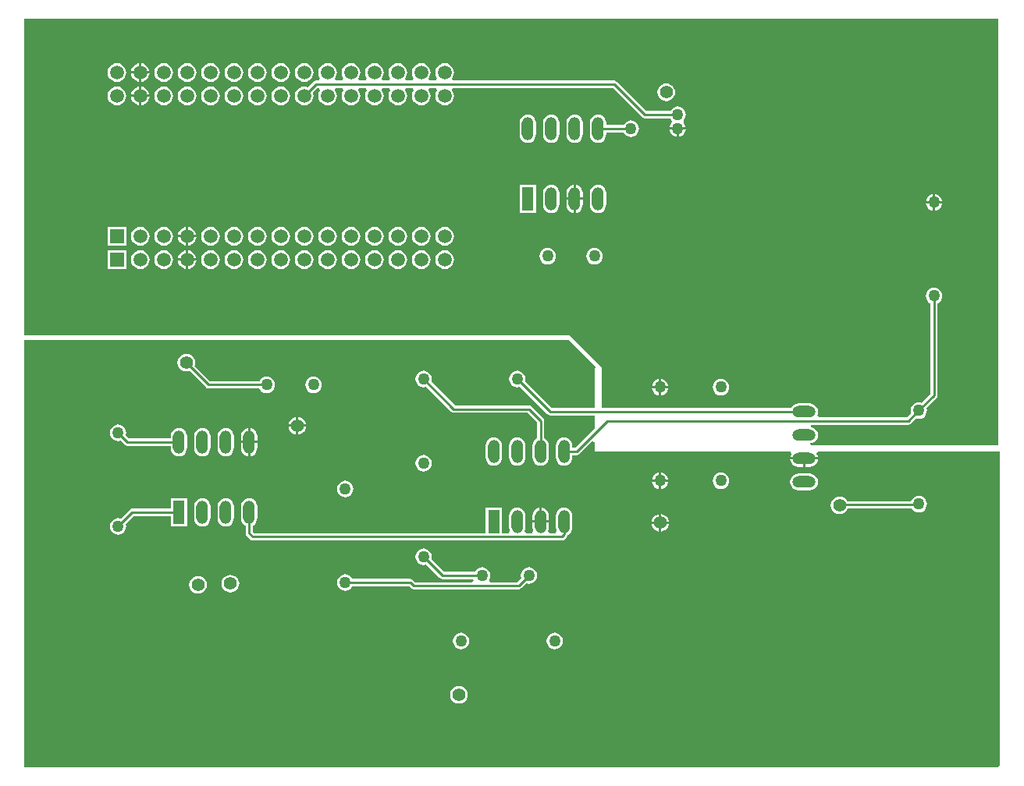
<source format=gbl>
G04*
G04 #@! TF.GenerationSoftware,Altium Limited,Altium Designer,19.1.2 (11)*
G04*
G04 Layer_Physical_Order=2*
G04 Layer_Color=16711680*
%FSLAX43Y43*%
%MOMM*%
G71*
G01*
G75*
%ADD10C,0.254*%
%ADD20C,1.500*%
%ADD21R,1.500X1.500*%
%ADD22R,1.270X2.540*%
%ADD23O,1.270X2.540*%
%ADD24C,1.397*%
%ADD25C,1.270*%
%ADD26O,2.540X1.270*%
G36*
X62103Y43561D02*
X61976Y43434D01*
Y39123D01*
X57311D01*
X54435Y41999D01*
X54460Y42059D01*
X54491Y42291D01*
X54460Y42523D01*
X54371Y42739D01*
X54228Y42925D01*
X54042Y43068D01*
X53826Y43157D01*
X53594Y43188D01*
X53362Y43157D01*
X53146Y43068D01*
X52960Y42925D01*
X52817Y42739D01*
X52728Y42523D01*
X52697Y42291D01*
X52728Y42059D01*
X52817Y41843D01*
X52960Y41657D01*
X53146Y41514D01*
X53362Y41425D01*
X53594Y41394D01*
X53826Y41425D01*
X53886Y41450D01*
X56875Y38460D01*
X57001Y38376D01*
X57150Y38347D01*
X61976D01*
Y36871D01*
X59910Y34805D01*
X59571D01*
Y35052D01*
X59540Y35284D01*
X59451Y35500D01*
X59308Y35686D01*
X59122Y35829D01*
X58906Y35918D01*
X58674Y35949D01*
X58442Y35918D01*
X58226Y35829D01*
X58040Y35686D01*
X57897Y35500D01*
X57808Y35284D01*
X57777Y35052D01*
Y33782D01*
X57808Y33550D01*
X57897Y33334D01*
X58040Y33148D01*
X58226Y33005D01*
X58442Y32916D01*
X58674Y32885D01*
X58906Y32916D01*
X59122Y33005D01*
X59308Y33148D01*
X59451Y33334D01*
X59540Y33550D01*
X59571Y33782D01*
Y34029D01*
X60071D01*
X60220Y34058D01*
X60346Y34142D01*
X61741Y35538D01*
X61976Y35441D01*
Y34417D01*
X83218D01*
X83343Y34163D01*
X83297Y34103D01*
X83208Y33887D01*
X83194Y33782D01*
X84709D01*
X86224D01*
X86210Y33887D01*
X86121Y34103D01*
X86075Y34163D01*
X86200Y34417D01*
X105918D01*
Y381D01*
X105664Y127D01*
X127D01*
Y46482D01*
X59182D01*
X62103Y43561D01*
D02*
G37*
G36*
X105791Y35052D02*
X85419D01*
X85402Y35306D01*
X85576Y35329D01*
X85792Y35418D01*
X85978Y35561D01*
X86121Y35747D01*
X86210Y35963D01*
X86241Y36195D01*
X86210Y36427D01*
X86121Y36643D01*
X85978Y36829D01*
X85792Y36972D01*
X85576Y37061D01*
X85459Y37077D01*
X85476Y37331D01*
X96012D01*
X96161Y37360D01*
X96287Y37444D01*
X96863Y38021D01*
X96923Y37996D01*
X97155Y37965D01*
X97387Y37996D01*
X97603Y38085D01*
X97789Y38228D01*
X97932Y38414D01*
X98021Y38630D01*
X98052Y38862D01*
X98021Y39094D01*
X97996Y39154D01*
X99081Y40238D01*
X99165Y40364D01*
X99194Y40513D01*
Y50507D01*
X99254Y50531D01*
X99440Y50674D01*
X99583Y50860D01*
X99672Y51076D01*
X99703Y51308D01*
X99672Y51540D01*
X99583Y51756D01*
X99440Y51942D01*
X99254Y52085D01*
X99038Y52174D01*
X98806Y52205D01*
X98574Y52174D01*
X98358Y52085D01*
X98172Y51942D01*
X98029Y51756D01*
X97940Y51540D01*
X97909Y51308D01*
X97940Y51076D01*
X98029Y50860D01*
X98172Y50674D01*
X98358Y50531D01*
X98418Y50507D01*
Y40674D01*
X97447Y39703D01*
X97387Y39728D01*
X97155Y39759D01*
X96923Y39728D01*
X96707Y39639D01*
X96521Y39496D01*
X96378Y39310D01*
X96289Y39094D01*
X96258Y38862D01*
X96289Y38630D01*
X96314Y38570D01*
X95851Y38107D01*
X86273D01*
X86152Y38361D01*
X86210Y38503D01*
X86241Y38735D01*
X86210Y38967D01*
X86121Y39183D01*
X85978Y39369D01*
X85792Y39512D01*
X85576Y39601D01*
X85344Y39632D01*
X84074D01*
X83842Y39601D01*
X83626Y39512D01*
X83440Y39369D01*
X83297Y39183D01*
X83273Y39123D01*
X62738D01*
Y43561D01*
X59309Y46990D01*
X180D01*
X127Y47117D01*
Y81407D01*
X105791D01*
Y35052D01*
D02*
G37*
%LPC*%
G36*
X31496Y42553D02*
X31264Y42522D01*
X31048Y42433D01*
X30862Y42290D01*
X30719Y42104D01*
X30630Y41888D01*
X30599Y41656D01*
X30630Y41424D01*
X30719Y41208D01*
X30862Y41022D01*
X31048Y40879D01*
X31264Y40790D01*
X31496Y40759D01*
X31728Y40790D01*
X31944Y40879D01*
X32130Y41022D01*
X32273Y41208D01*
X32362Y41424D01*
X32393Y41656D01*
X32362Y41888D01*
X32273Y42104D01*
X32130Y42290D01*
X31944Y42433D01*
X31728Y42522D01*
X31496Y42553D01*
D02*
G37*
G36*
X17685Y45038D02*
X17436Y45005D01*
X17205Y44909D01*
X17006Y44756D01*
X16853Y44557D01*
X16757Y44326D01*
X16724Y44077D01*
X16757Y43828D01*
X16853Y43597D01*
X17006Y43398D01*
X17205Y43245D01*
X17436Y43149D01*
X17685Y43116D01*
X17934Y43149D01*
X18026Y43187D01*
X19831Y41381D01*
X19957Y41297D01*
X20106Y41268D01*
X25615D01*
X25639Y41208D01*
X25782Y41022D01*
X25968Y40879D01*
X26184Y40790D01*
X26416Y40759D01*
X26648Y40790D01*
X26864Y40879D01*
X27050Y41022D01*
X27193Y41208D01*
X27282Y41424D01*
X27313Y41656D01*
X27282Y41888D01*
X27193Y42104D01*
X27050Y42290D01*
X26864Y42433D01*
X26648Y42522D01*
X26416Y42553D01*
X26184Y42522D01*
X25968Y42433D01*
X25782Y42290D01*
X25639Y42104D01*
X25615Y42044D01*
X20267D01*
X18575Y43736D01*
X18613Y43828D01*
X18646Y44077D01*
X18613Y44326D01*
X18517Y44557D01*
X18364Y44756D01*
X18165Y44909D01*
X17934Y45005D01*
X17685Y45038D01*
D02*
G37*
G36*
X29845Y38155D02*
Y37338D01*
X30662D01*
X30646Y37460D01*
X30550Y37691D01*
X30397Y37890D01*
X30198Y38043D01*
X29967Y38139D01*
X29845Y38155D01*
D02*
G37*
G36*
X29591D02*
X29469Y38139D01*
X29238Y38043D01*
X29039Y37890D01*
X28886Y37691D01*
X28790Y37460D01*
X28774Y37338D01*
X29591D01*
Y38155D01*
D02*
G37*
G36*
X30662Y37084D02*
X29845D01*
Y36267D01*
X29967Y36283D01*
X30198Y36379D01*
X30397Y36532D01*
X30550Y36731D01*
X30646Y36962D01*
X30662Y37084D01*
D02*
G37*
G36*
X29591D02*
X28774D01*
X28790Y36962D01*
X28886Y36731D01*
X29039Y36532D01*
X29238Y36379D01*
X29469Y36283D01*
X29591Y36267D01*
Y37084D01*
D02*
G37*
G36*
X24638Y36948D02*
Y35560D01*
X25408D01*
Y36068D01*
X25377Y36300D01*
X25288Y36516D01*
X25145Y36702D01*
X24959Y36845D01*
X24743Y36934D01*
X24638Y36948D01*
D02*
G37*
G36*
X24384D02*
X24279Y36934D01*
X24063Y36845D01*
X23877Y36702D01*
X23734Y36516D01*
X23645Y36300D01*
X23614Y36068D01*
Y35560D01*
X24384D01*
Y36948D01*
D02*
G37*
G36*
X25408Y35306D02*
X24638D01*
Y33918D01*
X24743Y33932D01*
X24959Y34021D01*
X25145Y34164D01*
X25288Y34350D01*
X25377Y34566D01*
X25408Y34798D01*
Y35306D01*
D02*
G37*
G36*
X24384D02*
X23614D01*
Y34798D01*
X23645Y34566D01*
X23734Y34350D01*
X23877Y34164D01*
X24063Y34021D01*
X24279Y33932D01*
X24384Y33918D01*
Y35306D01*
D02*
G37*
G36*
X21971Y36965D02*
X21739Y36934D01*
X21523Y36845D01*
X21337Y36702D01*
X21194Y36516D01*
X21105Y36300D01*
X21074Y36068D01*
Y34798D01*
X21105Y34566D01*
X21194Y34350D01*
X21337Y34164D01*
X21523Y34021D01*
X21739Y33932D01*
X21971Y33901D01*
X22203Y33932D01*
X22419Y34021D01*
X22605Y34164D01*
X22748Y34350D01*
X22837Y34566D01*
X22868Y34798D01*
Y36068D01*
X22837Y36300D01*
X22748Y36516D01*
X22605Y36702D01*
X22419Y36845D01*
X22203Y36934D01*
X21971Y36965D01*
D02*
G37*
G36*
X19431D02*
X19199Y36934D01*
X18983Y36845D01*
X18797Y36702D01*
X18654Y36516D01*
X18565Y36300D01*
X18534Y36068D01*
Y34798D01*
X18565Y34566D01*
X18654Y34350D01*
X18797Y34164D01*
X18983Y34021D01*
X19199Y33932D01*
X19431Y33901D01*
X19663Y33932D01*
X19879Y34021D01*
X20065Y34164D01*
X20208Y34350D01*
X20297Y34566D01*
X20328Y34798D01*
Y36068D01*
X20297Y36300D01*
X20208Y36516D01*
X20065Y36702D01*
X19879Y36845D01*
X19663Y36934D01*
X19431Y36965D01*
D02*
G37*
G36*
X10287Y37346D02*
X10055Y37315D01*
X9839Y37226D01*
X9653Y37083D01*
X9510Y36897D01*
X9421Y36681D01*
X9390Y36449D01*
X9421Y36217D01*
X9510Y36001D01*
X9653Y35815D01*
X9839Y35672D01*
X10055Y35583D01*
X10287Y35552D01*
X10519Y35583D01*
X10579Y35608D01*
X11028Y35158D01*
X11154Y35074D01*
X11303Y35045D01*
X15994D01*
Y34798D01*
X16025Y34566D01*
X16114Y34350D01*
X16257Y34164D01*
X16443Y34021D01*
X16659Y33932D01*
X16891Y33901D01*
X17123Y33932D01*
X17339Y34021D01*
X17525Y34164D01*
X17668Y34350D01*
X17757Y34566D01*
X17788Y34798D01*
Y36068D01*
X17757Y36300D01*
X17668Y36516D01*
X17525Y36702D01*
X17339Y36845D01*
X17123Y36934D01*
X16891Y36965D01*
X16659Y36934D01*
X16443Y36845D01*
X16257Y36702D01*
X16114Y36516D01*
X16025Y36300D01*
X15994Y36068D01*
Y35821D01*
X11464D01*
X11128Y36157D01*
X11153Y36217D01*
X11184Y36449D01*
X11153Y36681D01*
X11064Y36897D01*
X10921Y37083D01*
X10735Y37226D01*
X10519Y37315D01*
X10287Y37346D01*
D02*
G37*
G36*
X43434Y43188D02*
X43202Y43157D01*
X42986Y43068D01*
X42800Y42925D01*
X42657Y42739D01*
X42568Y42523D01*
X42537Y42291D01*
X42568Y42059D01*
X42657Y41843D01*
X42800Y41657D01*
X42986Y41514D01*
X43202Y41425D01*
X43434Y41394D01*
X43666Y41425D01*
X43726Y41450D01*
X46436Y38740D01*
X46562Y38656D01*
X46711Y38626D01*
X54703D01*
X55746Y37583D01*
Y35853D01*
X55686Y35829D01*
X55500Y35686D01*
X55357Y35500D01*
X55268Y35284D01*
X55237Y35052D01*
Y33782D01*
X55268Y33550D01*
X55357Y33334D01*
X55500Y33148D01*
X55686Y33005D01*
X55902Y32916D01*
X56134Y32885D01*
X56366Y32916D01*
X56582Y33005D01*
X56768Y33148D01*
X56911Y33334D01*
X57000Y33550D01*
X57031Y33782D01*
Y35052D01*
X57000Y35284D01*
X56911Y35500D01*
X56768Y35686D01*
X56582Y35829D01*
X56522Y35853D01*
Y37744D01*
X56493Y37893D01*
X56409Y38019D01*
X55139Y39289D01*
X55013Y39373D01*
X54864Y39403D01*
X46872D01*
X44275Y41999D01*
X44300Y42059D01*
X44331Y42291D01*
X44300Y42523D01*
X44211Y42739D01*
X44068Y42925D01*
X43882Y43068D01*
X43666Y43157D01*
X43434Y43188D01*
D02*
G37*
G36*
X53594Y35949D02*
X53362Y35918D01*
X53146Y35829D01*
X52960Y35686D01*
X52817Y35500D01*
X52728Y35284D01*
X52697Y35052D01*
Y33782D01*
X52728Y33550D01*
X52817Y33334D01*
X52960Y33148D01*
X53146Y33005D01*
X53362Y32916D01*
X53594Y32885D01*
X53826Y32916D01*
X54042Y33005D01*
X54228Y33148D01*
X54371Y33334D01*
X54460Y33550D01*
X54491Y33782D01*
Y35052D01*
X54460Y35284D01*
X54371Y35500D01*
X54228Y35686D01*
X54042Y35829D01*
X53826Y35918D01*
X53594Y35949D01*
D02*
G37*
G36*
X51054D02*
X50822Y35918D01*
X50606Y35829D01*
X50420Y35686D01*
X50277Y35500D01*
X50188Y35284D01*
X50157Y35052D01*
Y33782D01*
X50188Y33550D01*
X50277Y33334D01*
X50420Y33148D01*
X50606Y33005D01*
X50822Y32916D01*
X51054Y32885D01*
X51286Y32916D01*
X51502Y33005D01*
X51688Y33148D01*
X51831Y33334D01*
X51920Y33550D01*
X51951Y33782D01*
Y35052D01*
X51920Y35284D01*
X51831Y35500D01*
X51688Y35686D01*
X51502Y35829D01*
X51286Y35918D01*
X51054Y35949D01*
D02*
G37*
G36*
X86224Y33528D02*
X84836D01*
Y32758D01*
X85344D01*
X85576Y32789D01*
X85792Y32878D01*
X85978Y33021D01*
X86121Y33207D01*
X86210Y33423D01*
X86224Y33528D01*
D02*
G37*
G36*
X84582D02*
X83194D01*
X83208Y33423D01*
X83297Y33207D01*
X83440Y33021D01*
X83626Y32878D01*
X83842Y32789D01*
X84074Y32758D01*
X84582D01*
Y33528D01*
D02*
G37*
G36*
X43434Y34044D02*
X43202Y34013D01*
X42986Y33924D01*
X42800Y33781D01*
X42657Y33595D01*
X42568Y33379D01*
X42537Y33147D01*
X42568Y32915D01*
X42657Y32699D01*
X42800Y32513D01*
X42986Y32370D01*
X43202Y32281D01*
X43434Y32250D01*
X43666Y32281D01*
X43882Y32370D01*
X44068Y32513D01*
X44211Y32699D01*
X44300Y32915D01*
X44331Y33147D01*
X44300Y33379D01*
X44211Y33595D01*
X44068Y33781D01*
X43882Y33924D01*
X43666Y34013D01*
X43434Y34044D01*
D02*
G37*
G36*
X69215Y32122D02*
Y31369D01*
X69968D01*
X69954Y31474D01*
X69865Y31690D01*
X69722Y31876D01*
X69536Y32019D01*
X69320Y32108D01*
X69215Y32122D01*
D02*
G37*
G36*
X68961D02*
X68856Y32108D01*
X68640Y32019D01*
X68454Y31876D01*
X68311Y31690D01*
X68222Y31474D01*
X68208Y31369D01*
X68961D01*
Y32122D01*
D02*
G37*
G36*
X69968Y31115D02*
X69215D01*
Y30362D01*
X69320Y30376D01*
X69536Y30465D01*
X69722Y30608D01*
X69865Y30794D01*
X69954Y31010D01*
X69968Y31115D01*
D02*
G37*
G36*
X68961D02*
X68208D01*
X68222Y31010D01*
X68311Y30794D01*
X68454Y30608D01*
X68640Y30465D01*
X68856Y30376D01*
X68961Y30362D01*
Y31115D01*
D02*
G37*
G36*
X75692Y32139D02*
X75460Y32108D01*
X75244Y32019D01*
X75058Y31876D01*
X74915Y31690D01*
X74826Y31474D01*
X74795Y31242D01*
X74826Y31010D01*
X74915Y30794D01*
X75058Y30608D01*
X75244Y30465D01*
X75460Y30376D01*
X75692Y30345D01*
X75924Y30376D01*
X76140Y30465D01*
X76326Y30608D01*
X76469Y30794D01*
X76558Y31010D01*
X76589Y31242D01*
X76558Y31474D01*
X76469Y31690D01*
X76326Y31876D01*
X76140Y32019D01*
X75924Y32108D01*
X75692Y32139D01*
D02*
G37*
G36*
X85344Y32012D02*
X84074D01*
X83842Y31981D01*
X83626Y31892D01*
X83440Y31749D01*
X83297Y31563D01*
X83208Y31347D01*
X83177Y31115D01*
X83208Y30883D01*
X83297Y30667D01*
X83440Y30481D01*
X83626Y30338D01*
X83842Y30249D01*
X84074Y30218D01*
X85344D01*
X85576Y30249D01*
X85792Y30338D01*
X85978Y30481D01*
X86121Y30667D01*
X86210Y30883D01*
X86241Y31115D01*
X86210Y31347D01*
X86121Y31563D01*
X85978Y31749D01*
X85792Y31892D01*
X85576Y31981D01*
X85344Y32012D01*
D02*
G37*
G36*
X34925Y31250D02*
X34693Y31219D01*
X34477Y31130D01*
X34291Y30987D01*
X34148Y30801D01*
X34059Y30585D01*
X34028Y30353D01*
X34059Y30121D01*
X34148Y29905D01*
X34291Y29719D01*
X34477Y29576D01*
X34693Y29487D01*
X34925Y29456D01*
X35157Y29487D01*
X35373Y29576D01*
X35559Y29719D01*
X35702Y29905D01*
X35791Y30121D01*
X35822Y30353D01*
X35791Y30585D01*
X35702Y30801D01*
X35559Y30987D01*
X35373Y31130D01*
X35157Y31219D01*
X34925Y31250D01*
D02*
G37*
G36*
X97155Y29599D02*
X96923Y29568D01*
X96707Y29479D01*
X96521Y29336D01*
X96378Y29150D01*
X96329Y29031D01*
X89396D01*
X89383Y29063D01*
X89230Y29262D01*
X89031Y29415D01*
X88800Y29511D01*
X88551Y29544D01*
X88302Y29511D01*
X88071Y29415D01*
X87872Y29262D01*
X87719Y29063D01*
X87623Y28832D01*
X87590Y28583D01*
X87623Y28334D01*
X87719Y28103D01*
X87872Y27904D01*
X88071Y27751D01*
X88302Y27655D01*
X88551Y27622D01*
X88800Y27655D01*
X89031Y27751D01*
X89230Y27904D01*
X89383Y28103D01*
X89446Y28254D01*
X96378D01*
X96378Y28254D01*
X96521Y28068D01*
X96707Y27925D01*
X96923Y27836D01*
X97155Y27805D01*
X97387Y27836D01*
X97603Y27925D01*
X97789Y28068D01*
X97932Y28254D01*
X98021Y28470D01*
X98052Y28702D01*
X98021Y28934D01*
X97932Y29150D01*
X97789Y29336D01*
X97603Y29479D01*
X97387Y29568D01*
X97155Y29599D01*
D02*
G37*
G36*
X56261Y28312D02*
Y26924D01*
X57031D01*
Y27432D01*
X57000Y27664D01*
X56911Y27880D01*
X56768Y28066D01*
X56582Y28209D01*
X56366Y28298D01*
X56261Y28312D01*
D02*
G37*
G36*
X56007D02*
X55902Y28298D01*
X55686Y28209D01*
X55500Y28066D01*
X55357Y27880D01*
X55268Y27664D01*
X55237Y27432D01*
Y26924D01*
X56007D01*
Y28312D01*
D02*
G37*
G36*
X69215Y27614D02*
Y26797D01*
X70032D01*
X70016Y26919D01*
X69920Y27150D01*
X69767Y27349D01*
X69568Y27502D01*
X69337Y27598D01*
X69215Y27614D01*
D02*
G37*
G36*
X68961D02*
X68839Y27598D01*
X68608Y27502D01*
X68409Y27349D01*
X68256Y27150D01*
X68160Y26919D01*
X68144Y26797D01*
X68961D01*
Y27614D01*
D02*
G37*
G36*
X17780Y29337D02*
X16002D01*
Y28201D01*
X11811D01*
X11662Y28172D01*
X11536Y28088D01*
X10579Y27130D01*
X10519Y27155D01*
X10287Y27186D01*
X10055Y27155D01*
X9839Y27066D01*
X9653Y26923D01*
X9510Y26737D01*
X9421Y26521D01*
X9390Y26289D01*
X9421Y26057D01*
X9510Y25841D01*
X9653Y25655D01*
X9839Y25512D01*
X10055Y25423D01*
X10287Y25392D01*
X10519Y25423D01*
X10735Y25512D01*
X10921Y25655D01*
X11064Y25841D01*
X11153Y26057D01*
X11184Y26289D01*
X11153Y26521D01*
X11128Y26581D01*
X11972Y27425D01*
X16002D01*
Y26289D01*
X17780D01*
Y29337D01*
D02*
G37*
G36*
X21971Y29345D02*
X21739Y29314D01*
X21523Y29225D01*
X21337Y29082D01*
X21194Y28896D01*
X21105Y28680D01*
X21074Y28448D01*
Y27178D01*
X21105Y26946D01*
X21194Y26730D01*
X21337Y26544D01*
X21523Y26401D01*
X21739Y26312D01*
X21971Y26281D01*
X22203Y26312D01*
X22419Y26401D01*
X22605Y26544D01*
X22748Y26730D01*
X22837Y26946D01*
X22868Y27178D01*
Y28448D01*
X22837Y28680D01*
X22748Y28896D01*
X22605Y29082D01*
X22419Y29225D01*
X22203Y29314D01*
X21971Y29345D01*
D02*
G37*
G36*
X19431D02*
X19199Y29314D01*
X18983Y29225D01*
X18797Y29082D01*
X18654Y28896D01*
X18565Y28680D01*
X18534Y28448D01*
Y27178D01*
X18565Y26946D01*
X18654Y26730D01*
X18797Y26544D01*
X18983Y26401D01*
X19199Y26312D01*
X19431Y26281D01*
X19663Y26312D01*
X19879Y26401D01*
X20065Y26544D01*
X20208Y26730D01*
X20297Y26946D01*
X20328Y27178D01*
Y28448D01*
X20297Y28680D01*
X20208Y28896D01*
X20065Y29082D01*
X19879Y29225D01*
X19663Y29314D01*
X19431Y29345D01*
D02*
G37*
G36*
X70032Y26543D02*
X69215D01*
Y25726D01*
X69337Y25742D01*
X69568Y25838D01*
X69767Y25991D01*
X69920Y26190D01*
X70016Y26421D01*
X70032Y26543D01*
D02*
G37*
G36*
X68961D02*
X68144D01*
X68160Y26421D01*
X68256Y26190D01*
X68409Y25991D01*
X68608Y25838D01*
X68839Y25742D01*
X68961Y25726D01*
Y26543D01*
D02*
G37*
G36*
X24511Y29345D02*
X24279Y29314D01*
X24063Y29225D01*
X23877Y29082D01*
X23734Y28896D01*
X23645Y28680D01*
X23614Y28448D01*
Y27178D01*
X23645Y26946D01*
X23734Y26730D01*
X23877Y26544D01*
X24063Y26401D01*
X24123Y26377D01*
Y25527D01*
X24152Y25378D01*
X24236Y25252D01*
X24617Y24871D01*
X24743Y24787D01*
X24892Y24758D01*
X58420D01*
X58569Y24787D01*
X58695Y24871D01*
X58949Y25125D01*
X59033Y25251D01*
X59054Y25357D01*
X59122Y25385D01*
X59308Y25528D01*
X59451Y25714D01*
X59540Y25930D01*
X59571Y26162D01*
Y27432D01*
X59540Y27664D01*
X59451Y27880D01*
X59308Y28066D01*
X59122Y28209D01*
X58906Y28298D01*
X58674Y28329D01*
X58442Y28298D01*
X58226Y28209D01*
X58040Y28066D01*
X57897Y27880D01*
X57808Y27664D01*
X57777Y27432D01*
Y26162D01*
X57808Y25930D01*
X57866Y25788D01*
X57745Y25534D01*
X57063D01*
X56942Y25788D01*
X57000Y25930D01*
X57031Y26162D01*
Y26670D01*
X56134D01*
X55237D01*
Y26162D01*
X55268Y25930D01*
X55326Y25788D01*
X55205Y25534D01*
X54523D01*
X54402Y25788D01*
X54460Y25930D01*
X54491Y26162D01*
Y27432D01*
X54460Y27664D01*
X54371Y27880D01*
X54228Y28066D01*
X54042Y28209D01*
X53826Y28298D01*
X53594Y28329D01*
X53362Y28298D01*
X53146Y28209D01*
X52960Y28066D01*
X52817Y27880D01*
X52728Y27664D01*
X52697Y27432D01*
Y26162D01*
X52728Y25930D01*
X52786Y25788D01*
X52665Y25534D01*
X51943D01*
Y28321D01*
X50165D01*
Y25534D01*
X25053D01*
X24899Y25688D01*
Y26377D01*
X24959Y26401D01*
X25145Y26544D01*
X25288Y26730D01*
X25377Y26946D01*
X25408Y27178D01*
Y28448D01*
X25377Y28680D01*
X25288Y28896D01*
X25145Y29082D01*
X24959Y29225D01*
X24743Y29314D01*
X24511Y29345D01*
D02*
G37*
G36*
X43434Y23884D02*
X43202Y23853D01*
X42986Y23764D01*
X42800Y23621D01*
X42657Y23435D01*
X42568Y23219D01*
X42537Y22987D01*
X42568Y22755D01*
X42657Y22539D01*
X42800Y22353D01*
X42986Y22210D01*
X43202Y22121D01*
X43434Y22090D01*
X43666Y22121D01*
X43726Y22146D01*
X45191Y20680D01*
X45317Y20596D01*
X45466Y20567D01*
X48788D01*
X48841Y20480D01*
X48700Y20226D01*
X42503D01*
X42261Y20468D01*
X42135Y20552D01*
X41986Y20581D01*
X35726D01*
X35702Y20641D01*
X35559Y20827D01*
X35373Y20970D01*
X35157Y21059D01*
X34925Y21090D01*
X34693Y21059D01*
X34477Y20970D01*
X34291Y20827D01*
X34148Y20641D01*
X34059Y20425D01*
X34028Y20193D01*
X34059Y19961D01*
X34148Y19745D01*
X34291Y19559D01*
X34477Y19416D01*
X34693Y19327D01*
X34925Y19296D01*
X35157Y19327D01*
X35373Y19416D01*
X35559Y19559D01*
X35702Y19745D01*
X35726Y19805D01*
X41825D01*
X42067Y19563D01*
X42193Y19479D01*
X42342Y19449D01*
X53746D01*
X53895Y19479D01*
X54021Y19563D01*
X54572Y20114D01*
X54632Y20089D01*
X54864Y20058D01*
X55096Y20089D01*
X55312Y20178D01*
X55498Y20321D01*
X55641Y20507D01*
X55730Y20723D01*
X55761Y20955D01*
X55730Y21187D01*
X55641Y21403D01*
X55498Y21589D01*
X55312Y21732D01*
X55096Y21821D01*
X54864Y21852D01*
X54632Y21821D01*
X54416Y21732D01*
X54230Y21589D01*
X54087Y21403D01*
X53998Y21187D01*
X53967Y20955D01*
X53998Y20723D01*
X54023Y20663D01*
X53585Y20226D01*
X50665D01*
X50540Y20480D01*
X50561Y20507D01*
X50650Y20723D01*
X50681Y20955D01*
X50650Y21187D01*
X50561Y21403D01*
X50418Y21589D01*
X50232Y21732D01*
X50016Y21821D01*
X49784Y21852D01*
X49552Y21821D01*
X49336Y21732D01*
X49150Y21589D01*
X49007Y21403D01*
X48983Y21343D01*
X45627D01*
X44275Y22695D01*
X44300Y22755D01*
X44331Y22987D01*
X44300Y23219D01*
X44211Y23435D01*
X44068Y23621D01*
X43882Y23764D01*
X43666Y23853D01*
X43434Y23884D01*
D02*
G37*
G36*
X22479Y21027D02*
X22230Y20994D01*
X21999Y20898D01*
X21800Y20745D01*
X21647Y20546D01*
X21551Y20315D01*
X21518Y20066D01*
X21551Y19817D01*
X21647Y19586D01*
X21800Y19387D01*
X21999Y19234D01*
X22230Y19138D01*
X22479Y19105D01*
X22728Y19138D01*
X22959Y19234D01*
X23158Y19387D01*
X23311Y19586D01*
X23407Y19817D01*
X23440Y20066D01*
X23407Y20315D01*
X23311Y20546D01*
X23158Y20745D01*
X22959Y20898D01*
X22728Y20994D01*
X22479Y21027D01*
D02*
G37*
G36*
X18955Y20908D02*
X18706Y20875D01*
X18475Y20779D01*
X18276Y20626D01*
X18123Y20427D01*
X18027Y20196D01*
X17994Y19947D01*
X18027Y19698D01*
X18123Y19467D01*
X18276Y19268D01*
X18475Y19115D01*
X18706Y19019D01*
X18955Y18986D01*
X19204Y19019D01*
X19435Y19115D01*
X19634Y19268D01*
X19787Y19467D01*
X19883Y19698D01*
X19916Y19947D01*
X19883Y20196D01*
X19787Y20427D01*
X19634Y20626D01*
X19435Y20779D01*
X19204Y20875D01*
X18955Y20908D01*
D02*
G37*
G36*
X57658Y14740D02*
X57426Y14709D01*
X57210Y14620D01*
X57024Y14477D01*
X56881Y14291D01*
X56792Y14075D01*
X56761Y13843D01*
X56792Y13611D01*
X56881Y13395D01*
X57024Y13209D01*
X57210Y13066D01*
X57426Y12977D01*
X57658Y12946D01*
X57890Y12977D01*
X58106Y13066D01*
X58292Y13209D01*
X58435Y13395D01*
X58524Y13611D01*
X58555Y13843D01*
X58524Y14075D01*
X58435Y14291D01*
X58292Y14477D01*
X58106Y14620D01*
X57890Y14709D01*
X57658Y14740D01*
D02*
G37*
G36*
X47498D02*
X47266Y14709D01*
X47050Y14620D01*
X46864Y14477D01*
X46721Y14291D01*
X46632Y14075D01*
X46601Y13843D01*
X46632Y13611D01*
X46721Y13395D01*
X46864Y13209D01*
X47050Y13066D01*
X47266Y12977D01*
X47498Y12946D01*
X47730Y12977D01*
X47946Y13066D01*
X48132Y13209D01*
X48275Y13395D01*
X48364Y13611D01*
X48395Y13843D01*
X48364Y14075D01*
X48275Y14291D01*
X48132Y14477D01*
X47946Y14620D01*
X47730Y14709D01*
X47498Y14740D01*
D02*
G37*
G36*
X47276Y8970D02*
X47027Y8937D01*
X46796Y8841D01*
X46597Y8688D01*
X46444Y8489D01*
X46348Y8258D01*
X46315Y8009D01*
X46348Y7760D01*
X46444Y7529D01*
X46597Y7330D01*
X46796Y7177D01*
X47027Y7081D01*
X47276Y7048D01*
X47525Y7081D01*
X47756Y7177D01*
X47955Y7330D01*
X48108Y7529D01*
X48204Y7760D01*
X48237Y8009D01*
X48204Y8258D01*
X48108Y8489D01*
X47955Y8688D01*
X47756Y8841D01*
X47525Y8937D01*
X47276Y8970D01*
D02*
G37*
G36*
X12827Y76561D02*
Y75692D01*
X13696D01*
X13678Y75827D01*
X13577Y76071D01*
X13416Y76281D01*
X13206Y76442D01*
X12962Y76543D01*
X12827Y76561D01*
D02*
G37*
G36*
X12573D02*
X12438Y76543D01*
X12194Y76442D01*
X11984Y76281D01*
X11823Y76071D01*
X11722Y75827D01*
X11704Y75692D01*
X12573D01*
Y76561D01*
D02*
G37*
G36*
X45720Y76578D02*
X45458Y76543D01*
X45214Y76442D01*
X45004Y76281D01*
X44843Y76071D01*
X44742Y75827D01*
X44707Y75565D01*
X44742Y75303D01*
X44843Y75059D01*
X44936Y74937D01*
X44821Y74683D01*
X44079D01*
X43964Y74937D01*
X44057Y75059D01*
X44158Y75303D01*
X44193Y75565D01*
X44158Y75827D01*
X44057Y76071D01*
X43896Y76281D01*
X43686Y76442D01*
X43442Y76543D01*
X43180Y76578D01*
X42918Y76543D01*
X42674Y76442D01*
X42464Y76281D01*
X42303Y76071D01*
X42202Y75827D01*
X42167Y75565D01*
X42202Y75303D01*
X42303Y75059D01*
X42396Y74937D01*
X42281Y74683D01*
X41539D01*
X41424Y74937D01*
X41517Y75059D01*
X41618Y75303D01*
X41653Y75565D01*
X41618Y75827D01*
X41517Y76071D01*
X41356Y76281D01*
X41146Y76442D01*
X40902Y76543D01*
X40640Y76578D01*
X40378Y76543D01*
X40134Y76442D01*
X39924Y76281D01*
X39763Y76071D01*
X39662Y75827D01*
X39627Y75565D01*
X39662Y75303D01*
X39763Y75059D01*
X39856Y74937D01*
X39741Y74683D01*
X38999D01*
X38884Y74937D01*
X38977Y75059D01*
X39078Y75303D01*
X39113Y75565D01*
X39078Y75827D01*
X38977Y76071D01*
X38816Y76281D01*
X38606Y76442D01*
X38362Y76543D01*
X38100Y76578D01*
X37838Y76543D01*
X37594Y76442D01*
X37384Y76281D01*
X37223Y76071D01*
X37122Y75827D01*
X37087Y75565D01*
X37122Y75303D01*
X37223Y75059D01*
X37316Y74937D01*
X37201Y74683D01*
X36459D01*
X36344Y74937D01*
X36437Y75059D01*
X36538Y75303D01*
X36573Y75565D01*
X36538Y75827D01*
X36437Y76071D01*
X36276Y76281D01*
X36066Y76442D01*
X35822Y76543D01*
X35560Y76578D01*
X35298Y76543D01*
X35054Y76442D01*
X34844Y76281D01*
X34683Y76071D01*
X34582Y75827D01*
X34547Y75565D01*
X34582Y75303D01*
X34683Y75059D01*
X34776Y74937D01*
X34661Y74683D01*
X33919D01*
X33804Y74937D01*
X33897Y75059D01*
X33998Y75303D01*
X34033Y75565D01*
X33998Y75827D01*
X33897Y76071D01*
X33736Y76281D01*
X33526Y76442D01*
X33282Y76543D01*
X33020Y76578D01*
X32758Y76543D01*
X32514Y76442D01*
X32304Y76281D01*
X32143Y76071D01*
X32042Y75827D01*
X32007Y75565D01*
X32042Y75303D01*
X32143Y75059D01*
X32236Y74937D01*
X32121Y74683D01*
X31750D01*
X31601Y74654D01*
X31475Y74570D01*
X30860Y73954D01*
X30742Y74003D01*
X30480Y74038D01*
X30218Y74003D01*
X29974Y73902D01*
X29764Y73741D01*
X29603Y73531D01*
X29502Y73287D01*
X29467Y73025D01*
X29502Y72763D01*
X29603Y72519D01*
X29764Y72309D01*
X29974Y72148D01*
X30218Y72047D01*
X30480Y72012D01*
X30742Y72047D01*
X30986Y72148D01*
X31196Y72309D01*
X31357Y72519D01*
X31458Y72763D01*
X31493Y73025D01*
X31458Y73287D01*
X31409Y73405D01*
X31887Y73883D01*
X32123Y73858D01*
X32222Y73635D01*
X32143Y73531D01*
X32042Y73287D01*
X32007Y73025D01*
X32042Y72763D01*
X32143Y72519D01*
X32304Y72309D01*
X32514Y72148D01*
X32758Y72047D01*
X33020Y72012D01*
X33282Y72047D01*
X33526Y72148D01*
X33736Y72309D01*
X33897Y72519D01*
X33998Y72763D01*
X34033Y73025D01*
X33998Y73287D01*
X33897Y73531D01*
X33804Y73653D01*
X33919Y73907D01*
X34661D01*
X34776Y73653D01*
X34683Y73531D01*
X34582Y73287D01*
X34547Y73025D01*
X34582Y72763D01*
X34683Y72519D01*
X34844Y72309D01*
X35054Y72148D01*
X35298Y72047D01*
X35560Y72012D01*
X35822Y72047D01*
X36066Y72148D01*
X36276Y72309D01*
X36437Y72519D01*
X36538Y72763D01*
X36573Y73025D01*
X36538Y73287D01*
X36437Y73531D01*
X36344Y73653D01*
X36459Y73907D01*
X37201D01*
X37316Y73653D01*
X37223Y73531D01*
X37122Y73287D01*
X37087Y73025D01*
X37122Y72763D01*
X37223Y72519D01*
X37384Y72309D01*
X37594Y72148D01*
X37838Y72047D01*
X38100Y72012D01*
X38362Y72047D01*
X38606Y72148D01*
X38816Y72309D01*
X38977Y72519D01*
X39078Y72763D01*
X39113Y73025D01*
X39078Y73287D01*
X38977Y73531D01*
X38884Y73653D01*
X38999Y73907D01*
X39741D01*
X39856Y73653D01*
X39763Y73531D01*
X39662Y73287D01*
X39627Y73025D01*
X39662Y72763D01*
X39763Y72519D01*
X39924Y72309D01*
X40134Y72148D01*
X40378Y72047D01*
X40640Y72012D01*
X40902Y72047D01*
X41146Y72148D01*
X41356Y72309D01*
X41517Y72519D01*
X41618Y72763D01*
X41653Y73025D01*
X41618Y73287D01*
X41517Y73531D01*
X41424Y73653D01*
X41539Y73907D01*
X42281D01*
X42396Y73653D01*
X42303Y73531D01*
X42202Y73287D01*
X42167Y73025D01*
X42202Y72763D01*
X42303Y72519D01*
X42464Y72309D01*
X42674Y72148D01*
X42918Y72047D01*
X43180Y72012D01*
X43442Y72047D01*
X43686Y72148D01*
X43896Y72309D01*
X44057Y72519D01*
X44158Y72763D01*
X44193Y73025D01*
X44158Y73287D01*
X44057Y73531D01*
X43964Y73653D01*
X44079Y73907D01*
X44821D01*
X44936Y73653D01*
X44843Y73531D01*
X44742Y73287D01*
X44707Y73025D01*
X44742Y72763D01*
X44843Y72519D01*
X45004Y72309D01*
X45214Y72148D01*
X45458Y72047D01*
X45720Y72012D01*
X45982Y72047D01*
X46226Y72148D01*
X46436Y72309D01*
X46597Y72519D01*
X46698Y72763D01*
X46733Y73025D01*
X46698Y73287D01*
X46597Y73531D01*
X46504Y73653D01*
X46619Y73907D01*
X63974D01*
X67162Y70718D01*
X67288Y70634D01*
X67437Y70605D01*
X70192D01*
X70216Y70545D01*
X70328Y70399D01*
X70360Y70243D01*
Y70219D01*
X70328Y70063D01*
X70216Y69917D01*
X70127Y69701D01*
X70113Y69596D01*
X70993D01*
Y69469D01*
D01*
Y69596D01*
X71873D01*
X71859Y69701D01*
X71770Y69917D01*
X71658Y70063D01*
X71626Y70219D01*
Y70243D01*
X71658Y70399D01*
X71770Y70545D01*
X71859Y70761D01*
X71890Y70993D01*
X71859Y71225D01*
X71770Y71441D01*
X71627Y71627D01*
X71441Y71770D01*
X71225Y71859D01*
X70993Y71890D01*
X70761Y71859D01*
X70545Y71770D01*
X70359Y71627D01*
X70216Y71441D01*
X70192Y71381D01*
X67598D01*
X64410Y74570D01*
X64284Y74654D01*
X64135Y74683D01*
X46619D01*
X46504Y74937D01*
X46597Y75059D01*
X46698Y75303D01*
X46733Y75565D01*
X46698Y75827D01*
X46597Y76071D01*
X46436Y76281D01*
X46226Y76442D01*
X45982Y76543D01*
X45720Y76578D01*
D02*
G37*
G36*
X13696Y75438D02*
X12827D01*
Y74569D01*
X12962Y74587D01*
X13206Y74688D01*
X13416Y74849D01*
X13577Y75059D01*
X13678Y75303D01*
X13696Y75438D01*
D02*
G37*
G36*
X12573D02*
X11704D01*
X11722Y75303D01*
X11823Y75059D01*
X11984Y74849D01*
X12194Y74688D01*
X12438Y74587D01*
X12573Y74569D01*
Y75438D01*
D02*
G37*
G36*
X30480Y76578D02*
X30218Y76543D01*
X29974Y76442D01*
X29764Y76281D01*
X29603Y76071D01*
X29502Y75827D01*
X29467Y75565D01*
X29502Y75303D01*
X29603Y75059D01*
X29764Y74849D01*
X29974Y74688D01*
X30218Y74587D01*
X30480Y74552D01*
X30742Y74587D01*
X30986Y74688D01*
X31196Y74849D01*
X31357Y75059D01*
X31458Y75303D01*
X31493Y75565D01*
X31458Y75827D01*
X31357Y76071D01*
X31196Y76281D01*
X30986Y76442D01*
X30742Y76543D01*
X30480Y76578D01*
D02*
G37*
G36*
X27940D02*
X27678Y76543D01*
X27434Y76442D01*
X27224Y76281D01*
X27063Y76071D01*
X26962Y75827D01*
X26927Y75565D01*
X26962Y75303D01*
X27063Y75059D01*
X27224Y74849D01*
X27434Y74688D01*
X27678Y74587D01*
X27940Y74552D01*
X28202Y74587D01*
X28446Y74688D01*
X28656Y74849D01*
X28817Y75059D01*
X28918Y75303D01*
X28953Y75565D01*
X28918Y75827D01*
X28817Y76071D01*
X28656Y76281D01*
X28446Y76442D01*
X28202Y76543D01*
X27940Y76578D01*
D02*
G37*
G36*
X25400D02*
X25138Y76543D01*
X24894Y76442D01*
X24684Y76281D01*
X24523Y76071D01*
X24422Y75827D01*
X24387Y75565D01*
X24422Y75303D01*
X24523Y75059D01*
X24684Y74849D01*
X24894Y74688D01*
X25138Y74587D01*
X25400Y74552D01*
X25662Y74587D01*
X25906Y74688D01*
X26116Y74849D01*
X26277Y75059D01*
X26378Y75303D01*
X26413Y75565D01*
X26378Y75827D01*
X26277Y76071D01*
X26116Y76281D01*
X25906Y76442D01*
X25662Y76543D01*
X25400Y76578D01*
D02*
G37*
G36*
X22860D02*
X22598Y76543D01*
X22354Y76442D01*
X22144Y76281D01*
X21983Y76071D01*
X21882Y75827D01*
X21847Y75565D01*
X21882Y75303D01*
X21983Y75059D01*
X22144Y74849D01*
X22354Y74688D01*
X22598Y74587D01*
X22860Y74552D01*
X23122Y74587D01*
X23366Y74688D01*
X23576Y74849D01*
X23737Y75059D01*
X23838Y75303D01*
X23873Y75565D01*
X23838Y75827D01*
X23737Y76071D01*
X23576Y76281D01*
X23366Y76442D01*
X23122Y76543D01*
X22860Y76578D01*
D02*
G37*
G36*
X20320D02*
X20058Y76543D01*
X19814Y76442D01*
X19604Y76281D01*
X19443Y76071D01*
X19342Y75827D01*
X19307Y75565D01*
X19342Y75303D01*
X19443Y75059D01*
X19604Y74849D01*
X19814Y74688D01*
X20058Y74587D01*
X20320Y74552D01*
X20582Y74587D01*
X20826Y74688D01*
X21036Y74849D01*
X21197Y75059D01*
X21298Y75303D01*
X21333Y75565D01*
X21298Y75827D01*
X21197Y76071D01*
X21036Y76281D01*
X20826Y76442D01*
X20582Y76543D01*
X20320Y76578D01*
D02*
G37*
G36*
X17780D02*
X17518Y76543D01*
X17274Y76442D01*
X17064Y76281D01*
X16903Y76071D01*
X16802Y75827D01*
X16767Y75565D01*
X16802Y75303D01*
X16903Y75059D01*
X17064Y74849D01*
X17274Y74688D01*
X17518Y74587D01*
X17780Y74552D01*
X18042Y74587D01*
X18286Y74688D01*
X18496Y74849D01*
X18657Y75059D01*
X18758Y75303D01*
X18793Y75565D01*
X18758Y75827D01*
X18657Y76071D01*
X18496Y76281D01*
X18286Y76442D01*
X18042Y76543D01*
X17780Y76578D01*
D02*
G37*
G36*
X15240D02*
X14978Y76543D01*
X14734Y76442D01*
X14524Y76281D01*
X14363Y76071D01*
X14262Y75827D01*
X14227Y75565D01*
X14262Y75303D01*
X14363Y75059D01*
X14524Y74849D01*
X14734Y74688D01*
X14978Y74587D01*
X15240Y74552D01*
X15502Y74587D01*
X15746Y74688D01*
X15956Y74849D01*
X16117Y75059D01*
X16218Y75303D01*
X16253Y75565D01*
X16218Y75827D01*
X16117Y76071D01*
X15956Y76281D01*
X15746Y76442D01*
X15502Y76543D01*
X15240Y76578D01*
D02*
G37*
G36*
X10160D02*
X9898Y76543D01*
X9654Y76442D01*
X9444Y76281D01*
X9283Y76071D01*
X9182Y75827D01*
X9147Y75565D01*
X9182Y75303D01*
X9283Y75059D01*
X9444Y74849D01*
X9654Y74688D01*
X9898Y74587D01*
X10160Y74552D01*
X10422Y74587D01*
X10666Y74688D01*
X10876Y74849D01*
X11037Y75059D01*
X11138Y75303D01*
X11173Y75565D01*
X11138Y75827D01*
X11037Y76071D01*
X10876Y76281D01*
X10666Y76442D01*
X10422Y76543D01*
X10160Y76578D01*
D02*
G37*
G36*
X12827Y74021D02*
Y73152D01*
X13696D01*
X13678Y73287D01*
X13577Y73531D01*
X13416Y73741D01*
X13206Y73902D01*
X12962Y74003D01*
X12827Y74021D01*
D02*
G37*
G36*
X12573D02*
X12438Y74003D01*
X12194Y73902D01*
X11984Y73741D01*
X11823Y73531D01*
X11722Y73287D01*
X11704Y73152D01*
X12573D01*
Y74021D01*
D02*
G37*
G36*
X69755Y74375D02*
X69506Y74342D01*
X69275Y74246D01*
X69076Y74093D01*
X68923Y73894D01*
X68827Y73663D01*
X68794Y73414D01*
X68827Y73165D01*
X68923Y72934D01*
X69076Y72735D01*
X69275Y72582D01*
X69506Y72486D01*
X69755Y72453D01*
X70004Y72486D01*
X70235Y72582D01*
X70434Y72735D01*
X70587Y72934D01*
X70683Y73165D01*
X70716Y73414D01*
X70683Y73663D01*
X70587Y73894D01*
X70434Y74093D01*
X70235Y74246D01*
X70004Y74342D01*
X69755Y74375D01*
D02*
G37*
G36*
X13696Y72898D02*
X12827D01*
Y72029D01*
X12962Y72047D01*
X13206Y72148D01*
X13416Y72309D01*
X13577Y72519D01*
X13678Y72763D01*
X13696Y72898D01*
D02*
G37*
G36*
X12573D02*
X11704D01*
X11722Y72763D01*
X11823Y72519D01*
X11984Y72309D01*
X12194Y72148D01*
X12438Y72047D01*
X12573Y72029D01*
Y72898D01*
D02*
G37*
G36*
X27940Y74038D02*
X27678Y74003D01*
X27434Y73902D01*
X27224Y73741D01*
X27063Y73531D01*
X26962Y73287D01*
X26927Y73025D01*
X26962Y72763D01*
X27063Y72519D01*
X27224Y72309D01*
X27434Y72148D01*
X27678Y72047D01*
X27940Y72012D01*
X28202Y72047D01*
X28446Y72148D01*
X28656Y72309D01*
X28817Y72519D01*
X28918Y72763D01*
X28953Y73025D01*
X28918Y73287D01*
X28817Y73531D01*
X28656Y73741D01*
X28446Y73902D01*
X28202Y74003D01*
X27940Y74038D01*
D02*
G37*
G36*
X25400D02*
X25138Y74003D01*
X24894Y73902D01*
X24684Y73741D01*
X24523Y73531D01*
X24422Y73287D01*
X24387Y73025D01*
X24422Y72763D01*
X24523Y72519D01*
X24684Y72309D01*
X24894Y72148D01*
X25138Y72047D01*
X25400Y72012D01*
X25662Y72047D01*
X25906Y72148D01*
X26116Y72309D01*
X26277Y72519D01*
X26378Y72763D01*
X26413Y73025D01*
X26378Y73287D01*
X26277Y73531D01*
X26116Y73741D01*
X25906Y73902D01*
X25662Y74003D01*
X25400Y74038D01*
D02*
G37*
G36*
X22860D02*
X22598Y74003D01*
X22354Y73902D01*
X22144Y73741D01*
X21983Y73531D01*
X21882Y73287D01*
X21847Y73025D01*
X21882Y72763D01*
X21983Y72519D01*
X22144Y72309D01*
X22354Y72148D01*
X22598Y72047D01*
X22860Y72012D01*
X23122Y72047D01*
X23366Y72148D01*
X23576Y72309D01*
X23737Y72519D01*
X23838Y72763D01*
X23873Y73025D01*
X23838Y73287D01*
X23737Y73531D01*
X23576Y73741D01*
X23366Y73902D01*
X23122Y74003D01*
X22860Y74038D01*
D02*
G37*
G36*
X20320D02*
X20058Y74003D01*
X19814Y73902D01*
X19604Y73741D01*
X19443Y73531D01*
X19342Y73287D01*
X19307Y73025D01*
X19342Y72763D01*
X19443Y72519D01*
X19604Y72309D01*
X19814Y72148D01*
X20058Y72047D01*
X20320Y72012D01*
X20582Y72047D01*
X20826Y72148D01*
X21036Y72309D01*
X21197Y72519D01*
X21298Y72763D01*
X21333Y73025D01*
X21298Y73287D01*
X21197Y73531D01*
X21036Y73741D01*
X20826Y73902D01*
X20582Y74003D01*
X20320Y74038D01*
D02*
G37*
G36*
X17780D02*
X17518Y74003D01*
X17274Y73902D01*
X17064Y73741D01*
X16903Y73531D01*
X16802Y73287D01*
X16767Y73025D01*
X16802Y72763D01*
X16903Y72519D01*
X17064Y72309D01*
X17274Y72148D01*
X17518Y72047D01*
X17780Y72012D01*
X18042Y72047D01*
X18286Y72148D01*
X18496Y72309D01*
X18657Y72519D01*
X18758Y72763D01*
X18793Y73025D01*
X18758Y73287D01*
X18657Y73531D01*
X18496Y73741D01*
X18286Y73902D01*
X18042Y74003D01*
X17780Y74038D01*
D02*
G37*
G36*
X15240D02*
X14978Y74003D01*
X14734Y73902D01*
X14524Y73741D01*
X14363Y73531D01*
X14262Y73287D01*
X14227Y73025D01*
X14262Y72763D01*
X14363Y72519D01*
X14524Y72309D01*
X14734Y72148D01*
X14978Y72047D01*
X15240Y72012D01*
X15502Y72047D01*
X15746Y72148D01*
X15956Y72309D01*
X16117Y72519D01*
X16218Y72763D01*
X16253Y73025D01*
X16218Y73287D01*
X16117Y73531D01*
X15956Y73741D01*
X15746Y73902D01*
X15502Y74003D01*
X15240Y74038D01*
D02*
G37*
G36*
X10160D02*
X9898Y74003D01*
X9654Y73902D01*
X9444Y73741D01*
X9283Y73531D01*
X9182Y73287D01*
X9147Y73025D01*
X9182Y72763D01*
X9283Y72519D01*
X9444Y72309D01*
X9654Y72148D01*
X9898Y72047D01*
X10160Y72012D01*
X10422Y72047D01*
X10666Y72148D01*
X10876Y72309D01*
X11037Y72519D01*
X11138Y72763D01*
X11173Y73025D01*
X11138Y73287D01*
X11037Y73531D01*
X10876Y73741D01*
X10666Y73902D01*
X10422Y74003D01*
X10160Y74038D01*
D02*
G37*
G36*
X71873Y69342D02*
X71120D01*
Y68589D01*
X71225Y68603D01*
X71441Y68692D01*
X71627Y68835D01*
X71770Y69021D01*
X71859Y69237D01*
X71873Y69342D01*
D02*
G37*
G36*
X70866D02*
X70113D01*
X70127Y69237D01*
X70216Y69021D01*
X70359Y68835D01*
X70545Y68692D01*
X70761Y68603D01*
X70866Y68589D01*
Y69342D01*
D02*
G37*
G36*
X62357Y71001D02*
X62125Y70970D01*
X61909Y70881D01*
X61723Y70738D01*
X61580Y70552D01*
X61491Y70336D01*
X61460Y70104D01*
Y68834D01*
X61491Y68602D01*
X61580Y68386D01*
X61723Y68200D01*
X61909Y68057D01*
X62125Y67968D01*
X62357Y67937D01*
X62589Y67968D01*
X62805Y68057D01*
X62991Y68200D01*
X63134Y68386D01*
X63223Y68602D01*
X63254Y68834D01*
Y69081D01*
X65112D01*
X65136Y69021D01*
X65279Y68835D01*
X65465Y68692D01*
X65681Y68603D01*
X65913Y68572D01*
X66145Y68603D01*
X66361Y68692D01*
X66547Y68835D01*
X66690Y69021D01*
X66779Y69237D01*
X66810Y69469D01*
X66779Y69701D01*
X66690Y69917D01*
X66547Y70103D01*
X66361Y70246D01*
X66145Y70335D01*
X65913Y70366D01*
X65681Y70335D01*
X65465Y70246D01*
X65279Y70103D01*
X65136Y69917D01*
X65112Y69857D01*
X63254D01*
Y70104D01*
X63223Y70336D01*
X63134Y70552D01*
X62991Y70738D01*
X62805Y70881D01*
X62589Y70970D01*
X62357Y71001D01*
D02*
G37*
G36*
X59817D02*
X59585Y70970D01*
X59369Y70881D01*
X59183Y70738D01*
X59040Y70552D01*
X58951Y70336D01*
X58920Y70104D01*
Y68834D01*
X58951Y68602D01*
X59040Y68386D01*
X59183Y68200D01*
X59369Y68057D01*
X59585Y67968D01*
X59817Y67937D01*
X60049Y67968D01*
X60265Y68057D01*
X60451Y68200D01*
X60594Y68386D01*
X60683Y68602D01*
X60714Y68834D01*
Y70104D01*
X60683Y70336D01*
X60594Y70552D01*
X60451Y70738D01*
X60265Y70881D01*
X60049Y70970D01*
X59817Y71001D01*
D02*
G37*
G36*
X57277D02*
X57045Y70970D01*
X56829Y70881D01*
X56643Y70738D01*
X56500Y70552D01*
X56411Y70336D01*
X56380Y70104D01*
Y68834D01*
X56411Y68602D01*
X56500Y68386D01*
X56643Y68200D01*
X56829Y68057D01*
X57045Y67968D01*
X57277Y67937D01*
X57509Y67968D01*
X57725Y68057D01*
X57911Y68200D01*
X58054Y68386D01*
X58143Y68602D01*
X58174Y68834D01*
Y70104D01*
X58143Y70336D01*
X58054Y70552D01*
X57911Y70738D01*
X57725Y70881D01*
X57509Y70970D01*
X57277Y71001D01*
D02*
G37*
G36*
X54737D02*
X54505Y70970D01*
X54289Y70881D01*
X54103Y70738D01*
X53960Y70552D01*
X53871Y70336D01*
X53840Y70104D01*
Y68834D01*
X53871Y68602D01*
X53960Y68386D01*
X54103Y68200D01*
X54289Y68057D01*
X54505Y67968D01*
X54737Y67937D01*
X54969Y67968D01*
X55185Y68057D01*
X55371Y68200D01*
X55514Y68386D01*
X55603Y68602D01*
X55634Y68834D01*
Y70104D01*
X55603Y70336D01*
X55514Y70552D01*
X55371Y70738D01*
X55185Y70881D01*
X54969Y70970D01*
X54737Y71001D01*
D02*
G37*
G36*
X59944Y63364D02*
Y61976D01*
X60714D01*
Y62484D01*
X60683Y62716D01*
X60594Y62932D01*
X60451Y63118D01*
X60265Y63261D01*
X60049Y63350D01*
X59944Y63364D01*
D02*
G37*
G36*
X59690D02*
X59585Y63350D01*
X59369Y63261D01*
X59183Y63118D01*
X59040Y62932D01*
X58951Y62716D01*
X58920Y62484D01*
Y61976D01*
X59690D01*
Y63364D01*
D02*
G37*
G36*
X98933Y62348D02*
Y61595D01*
X99686D01*
X99672Y61700D01*
X99583Y61916D01*
X99440Y62102D01*
X99254Y62245D01*
X99038Y62334D01*
X98933Y62348D01*
D02*
G37*
G36*
X98679D02*
X98574Y62334D01*
X98358Y62245D01*
X98172Y62102D01*
X98029Y61916D01*
X97940Y61700D01*
X97926Y61595D01*
X98679D01*
Y62348D01*
D02*
G37*
G36*
X99686Y61341D02*
X98933D01*
Y60588D01*
X99038Y60602D01*
X99254Y60691D01*
X99440Y60834D01*
X99583Y61020D01*
X99672Y61236D01*
X99686Y61341D01*
D02*
G37*
G36*
X98679D02*
X97926D01*
X97940Y61236D01*
X98029Y61020D01*
X98172Y60834D01*
X98358Y60691D01*
X98574Y60602D01*
X98679Y60588D01*
Y61341D01*
D02*
G37*
G36*
X60714Y61722D02*
X59944D01*
Y60334D01*
X60049Y60348D01*
X60265Y60437D01*
X60451Y60580D01*
X60594Y60766D01*
X60683Y60982D01*
X60714Y61214D01*
Y61722D01*
D02*
G37*
G36*
X59690D02*
X58920D01*
Y61214D01*
X58951Y60982D01*
X59040Y60766D01*
X59183Y60580D01*
X59369Y60437D01*
X59585Y60348D01*
X59690Y60334D01*
Y61722D01*
D02*
G37*
G36*
X55626Y63373D02*
X53848D01*
Y60325D01*
X55626D01*
Y63373D01*
D02*
G37*
G36*
X62357Y63381D02*
X62125Y63350D01*
X61909Y63261D01*
X61723Y63118D01*
X61580Y62932D01*
X61491Y62716D01*
X61460Y62484D01*
Y61214D01*
X61491Y60982D01*
X61580Y60766D01*
X61723Y60580D01*
X61909Y60437D01*
X62125Y60348D01*
X62357Y60317D01*
X62589Y60348D01*
X62805Y60437D01*
X62991Y60580D01*
X63134Y60766D01*
X63223Y60982D01*
X63254Y61214D01*
Y62484D01*
X63223Y62716D01*
X63134Y62932D01*
X62991Y63118D01*
X62805Y63261D01*
X62589Y63350D01*
X62357Y63381D01*
D02*
G37*
G36*
X57277D02*
X57045Y63350D01*
X56829Y63261D01*
X56643Y63118D01*
X56500Y62932D01*
X56411Y62716D01*
X56380Y62484D01*
Y61214D01*
X56411Y60982D01*
X56500Y60766D01*
X56643Y60580D01*
X56829Y60437D01*
X57045Y60348D01*
X57277Y60317D01*
X57509Y60348D01*
X57725Y60437D01*
X57911Y60580D01*
X58054Y60766D01*
X58143Y60982D01*
X58174Y61214D01*
Y62484D01*
X58143Y62716D01*
X58054Y62932D01*
X57911Y63118D01*
X57725Y63261D01*
X57509Y63350D01*
X57277Y63381D01*
D02*
G37*
G36*
X17907Y58781D02*
Y57912D01*
X18776D01*
X18758Y58047D01*
X18657Y58291D01*
X18496Y58501D01*
X18286Y58662D01*
X18042Y58763D01*
X17907Y58781D01*
D02*
G37*
G36*
X17653D02*
X17518Y58763D01*
X17274Y58662D01*
X17064Y58501D01*
X16903Y58291D01*
X16802Y58047D01*
X16784Y57912D01*
X17653D01*
Y58781D01*
D02*
G37*
G36*
X18776Y57658D02*
X17907D01*
Y56789D01*
X18042Y56807D01*
X18286Y56908D01*
X18496Y57069D01*
X18657Y57279D01*
X18758Y57523D01*
X18776Y57658D01*
D02*
G37*
G36*
X17653D02*
X16784D01*
X16802Y57523D01*
X16903Y57279D01*
X17064Y57069D01*
X17274Y56908D01*
X17518Y56807D01*
X17653Y56789D01*
Y57658D01*
D02*
G37*
G36*
X11164Y58789D02*
X9156D01*
Y56781D01*
X11164D01*
Y58789D01*
D02*
G37*
G36*
X45720Y58798D02*
X45458Y58763D01*
X45214Y58662D01*
X45004Y58501D01*
X44843Y58291D01*
X44742Y58047D01*
X44707Y57785D01*
X44742Y57523D01*
X44843Y57279D01*
X45004Y57069D01*
X45214Y56908D01*
X45458Y56807D01*
X45720Y56772D01*
X45982Y56807D01*
X46226Y56908D01*
X46436Y57069D01*
X46597Y57279D01*
X46698Y57523D01*
X46733Y57785D01*
X46698Y58047D01*
X46597Y58291D01*
X46436Y58501D01*
X46226Y58662D01*
X45982Y58763D01*
X45720Y58798D01*
D02*
G37*
G36*
X43180D02*
X42918Y58763D01*
X42674Y58662D01*
X42464Y58501D01*
X42303Y58291D01*
X42202Y58047D01*
X42167Y57785D01*
X42202Y57523D01*
X42303Y57279D01*
X42464Y57069D01*
X42674Y56908D01*
X42918Y56807D01*
X43180Y56772D01*
X43442Y56807D01*
X43686Y56908D01*
X43896Y57069D01*
X44057Y57279D01*
X44158Y57523D01*
X44193Y57785D01*
X44158Y58047D01*
X44057Y58291D01*
X43896Y58501D01*
X43686Y58662D01*
X43442Y58763D01*
X43180Y58798D01*
D02*
G37*
G36*
X40640D02*
X40378Y58763D01*
X40134Y58662D01*
X39924Y58501D01*
X39763Y58291D01*
X39662Y58047D01*
X39627Y57785D01*
X39662Y57523D01*
X39763Y57279D01*
X39924Y57069D01*
X40134Y56908D01*
X40378Y56807D01*
X40640Y56772D01*
X40902Y56807D01*
X41146Y56908D01*
X41356Y57069D01*
X41517Y57279D01*
X41618Y57523D01*
X41653Y57785D01*
X41618Y58047D01*
X41517Y58291D01*
X41356Y58501D01*
X41146Y58662D01*
X40902Y58763D01*
X40640Y58798D01*
D02*
G37*
G36*
X38100D02*
X37838Y58763D01*
X37594Y58662D01*
X37384Y58501D01*
X37223Y58291D01*
X37122Y58047D01*
X37087Y57785D01*
X37122Y57523D01*
X37223Y57279D01*
X37384Y57069D01*
X37594Y56908D01*
X37838Y56807D01*
X38100Y56772D01*
X38362Y56807D01*
X38606Y56908D01*
X38816Y57069D01*
X38977Y57279D01*
X39078Y57523D01*
X39113Y57785D01*
X39078Y58047D01*
X38977Y58291D01*
X38816Y58501D01*
X38606Y58662D01*
X38362Y58763D01*
X38100Y58798D01*
D02*
G37*
G36*
X35560D02*
X35298Y58763D01*
X35054Y58662D01*
X34844Y58501D01*
X34683Y58291D01*
X34582Y58047D01*
X34547Y57785D01*
X34582Y57523D01*
X34683Y57279D01*
X34844Y57069D01*
X35054Y56908D01*
X35298Y56807D01*
X35560Y56772D01*
X35822Y56807D01*
X36066Y56908D01*
X36276Y57069D01*
X36437Y57279D01*
X36538Y57523D01*
X36573Y57785D01*
X36538Y58047D01*
X36437Y58291D01*
X36276Y58501D01*
X36066Y58662D01*
X35822Y58763D01*
X35560Y58798D01*
D02*
G37*
G36*
X33020D02*
X32758Y58763D01*
X32514Y58662D01*
X32304Y58501D01*
X32143Y58291D01*
X32042Y58047D01*
X32007Y57785D01*
X32042Y57523D01*
X32143Y57279D01*
X32304Y57069D01*
X32514Y56908D01*
X32758Y56807D01*
X33020Y56772D01*
X33282Y56807D01*
X33526Y56908D01*
X33736Y57069D01*
X33897Y57279D01*
X33998Y57523D01*
X34033Y57785D01*
X33998Y58047D01*
X33897Y58291D01*
X33736Y58501D01*
X33526Y58662D01*
X33282Y58763D01*
X33020Y58798D01*
D02*
G37*
G36*
X30480D02*
X30218Y58763D01*
X29974Y58662D01*
X29764Y58501D01*
X29603Y58291D01*
X29502Y58047D01*
X29467Y57785D01*
X29502Y57523D01*
X29603Y57279D01*
X29764Y57069D01*
X29974Y56908D01*
X30218Y56807D01*
X30480Y56772D01*
X30742Y56807D01*
X30986Y56908D01*
X31196Y57069D01*
X31357Y57279D01*
X31458Y57523D01*
X31493Y57785D01*
X31458Y58047D01*
X31357Y58291D01*
X31196Y58501D01*
X30986Y58662D01*
X30742Y58763D01*
X30480Y58798D01*
D02*
G37*
G36*
X27940D02*
X27678Y58763D01*
X27434Y58662D01*
X27224Y58501D01*
X27063Y58291D01*
X26962Y58047D01*
X26927Y57785D01*
X26962Y57523D01*
X27063Y57279D01*
X27224Y57069D01*
X27434Y56908D01*
X27678Y56807D01*
X27940Y56772D01*
X28202Y56807D01*
X28446Y56908D01*
X28656Y57069D01*
X28817Y57279D01*
X28918Y57523D01*
X28953Y57785D01*
X28918Y58047D01*
X28817Y58291D01*
X28656Y58501D01*
X28446Y58662D01*
X28202Y58763D01*
X27940Y58798D01*
D02*
G37*
G36*
X25400D02*
X25138Y58763D01*
X24894Y58662D01*
X24684Y58501D01*
X24523Y58291D01*
X24422Y58047D01*
X24387Y57785D01*
X24422Y57523D01*
X24523Y57279D01*
X24684Y57069D01*
X24894Y56908D01*
X25138Y56807D01*
X25400Y56772D01*
X25662Y56807D01*
X25906Y56908D01*
X26116Y57069D01*
X26277Y57279D01*
X26378Y57523D01*
X26413Y57785D01*
X26378Y58047D01*
X26277Y58291D01*
X26116Y58501D01*
X25906Y58662D01*
X25662Y58763D01*
X25400Y58798D01*
D02*
G37*
G36*
X22860D02*
X22598Y58763D01*
X22354Y58662D01*
X22144Y58501D01*
X21983Y58291D01*
X21882Y58047D01*
X21847Y57785D01*
X21882Y57523D01*
X21983Y57279D01*
X22144Y57069D01*
X22354Y56908D01*
X22598Y56807D01*
X22860Y56772D01*
X23122Y56807D01*
X23366Y56908D01*
X23576Y57069D01*
X23737Y57279D01*
X23838Y57523D01*
X23873Y57785D01*
X23838Y58047D01*
X23737Y58291D01*
X23576Y58501D01*
X23366Y58662D01*
X23122Y58763D01*
X22860Y58798D01*
D02*
G37*
G36*
X20320D02*
X20058Y58763D01*
X19814Y58662D01*
X19604Y58501D01*
X19443Y58291D01*
X19342Y58047D01*
X19307Y57785D01*
X19342Y57523D01*
X19443Y57279D01*
X19604Y57069D01*
X19814Y56908D01*
X20058Y56807D01*
X20320Y56772D01*
X20582Y56807D01*
X20826Y56908D01*
X21036Y57069D01*
X21197Y57279D01*
X21298Y57523D01*
X21333Y57785D01*
X21298Y58047D01*
X21197Y58291D01*
X21036Y58501D01*
X20826Y58662D01*
X20582Y58763D01*
X20320Y58798D01*
D02*
G37*
G36*
X15240D02*
X14978Y58763D01*
X14734Y58662D01*
X14524Y58501D01*
X14363Y58291D01*
X14262Y58047D01*
X14227Y57785D01*
X14262Y57523D01*
X14363Y57279D01*
X14524Y57069D01*
X14734Y56908D01*
X14978Y56807D01*
X15240Y56772D01*
X15502Y56807D01*
X15746Y56908D01*
X15956Y57069D01*
X16117Y57279D01*
X16218Y57523D01*
X16253Y57785D01*
X16218Y58047D01*
X16117Y58291D01*
X15956Y58501D01*
X15746Y58662D01*
X15502Y58763D01*
X15240Y58798D01*
D02*
G37*
G36*
X12700D02*
X12438Y58763D01*
X12194Y58662D01*
X11984Y58501D01*
X11823Y58291D01*
X11722Y58047D01*
X11687Y57785D01*
X11722Y57523D01*
X11823Y57279D01*
X11984Y57069D01*
X12194Y56908D01*
X12438Y56807D01*
X12700Y56772D01*
X12962Y56807D01*
X13206Y56908D01*
X13416Y57069D01*
X13577Y57279D01*
X13678Y57523D01*
X13713Y57785D01*
X13678Y58047D01*
X13577Y58291D01*
X13416Y58501D01*
X13206Y58662D01*
X12962Y58763D01*
X12700Y58798D01*
D02*
G37*
G36*
X17907Y56241D02*
Y55372D01*
X18776D01*
X18758Y55507D01*
X18657Y55751D01*
X18496Y55961D01*
X18286Y56122D01*
X18042Y56223D01*
X17907Y56241D01*
D02*
G37*
G36*
X17653D02*
X17518Y56223D01*
X17274Y56122D01*
X17064Y55961D01*
X16903Y55751D01*
X16802Y55507D01*
X16784Y55372D01*
X17653D01*
Y56241D01*
D02*
G37*
G36*
X61976Y56523D02*
X61744Y56492D01*
X61528Y56403D01*
X61342Y56260D01*
X61199Y56074D01*
X61110Y55858D01*
X61079Y55626D01*
X61110Y55394D01*
X61199Y55178D01*
X61342Y54992D01*
X61528Y54849D01*
X61744Y54760D01*
X61976Y54729D01*
X62208Y54760D01*
X62424Y54849D01*
X62610Y54992D01*
X62753Y55178D01*
X62842Y55394D01*
X62873Y55626D01*
X62842Y55858D01*
X62753Y56074D01*
X62610Y56260D01*
X62424Y56403D01*
X62208Y56492D01*
X61976Y56523D01*
D02*
G37*
G36*
X56896D02*
X56664Y56492D01*
X56448Y56403D01*
X56262Y56260D01*
X56119Y56074D01*
X56030Y55858D01*
X55999Y55626D01*
X56030Y55394D01*
X56119Y55178D01*
X56262Y54992D01*
X56448Y54849D01*
X56664Y54760D01*
X56896Y54729D01*
X57128Y54760D01*
X57344Y54849D01*
X57530Y54992D01*
X57673Y55178D01*
X57762Y55394D01*
X57793Y55626D01*
X57762Y55858D01*
X57673Y56074D01*
X57530Y56260D01*
X57344Y56403D01*
X57128Y56492D01*
X56896Y56523D01*
D02*
G37*
G36*
X18776Y55118D02*
X17907D01*
Y54249D01*
X18042Y54267D01*
X18286Y54368D01*
X18496Y54529D01*
X18657Y54739D01*
X18758Y54983D01*
X18776Y55118D01*
D02*
G37*
G36*
X17653D02*
X16784D01*
X16802Y54983D01*
X16903Y54739D01*
X17064Y54529D01*
X17274Y54368D01*
X17518Y54267D01*
X17653Y54249D01*
Y55118D01*
D02*
G37*
G36*
X11164Y56249D02*
X9156D01*
Y54241D01*
X11164D01*
Y56249D01*
D02*
G37*
G36*
X45720Y56258D02*
X45458Y56223D01*
X45214Y56122D01*
X45004Y55961D01*
X44843Y55751D01*
X44742Y55507D01*
X44707Y55245D01*
X44742Y54983D01*
X44843Y54739D01*
X45004Y54529D01*
X45214Y54368D01*
X45458Y54267D01*
X45720Y54232D01*
X45982Y54267D01*
X46226Y54368D01*
X46436Y54529D01*
X46597Y54739D01*
X46698Y54983D01*
X46733Y55245D01*
X46698Y55507D01*
X46597Y55751D01*
X46436Y55961D01*
X46226Y56122D01*
X45982Y56223D01*
X45720Y56258D01*
D02*
G37*
G36*
X43180D02*
X42918Y56223D01*
X42674Y56122D01*
X42464Y55961D01*
X42303Y55751D01*
X42202Y55507D01*
X42167Y55245D01*
X42202Y54983D01*
X42303Y54739D01*
X42464Y54529D01*
X42674Y54368D01*
X42918Y54267D01*
X43180Y54232D01*
X43442Y54267D01*
X43686Y54368D01*
X43896Y54529D01*
X44057Y54739D01*
X44158Y54983D01*
X44193Y55245D01*
X44158Y55507D01*
X44057Y55751D01*
X43896Y55961D01*
X43686Y56122D01*
X43442Y56223D01*
X43180Y56258D01*
D02*
G37*
G36*
X40640D02*
X40378Y56223D01*
X40134Y56122D01*
X39924Y55961D01*
X39763Y55751D01*
X39662Y55507D01*
X39627Y55245D01*
X39662Y54983D01*
X39763Y54739D01*
X39924Y54529D01*
X40134Y54368D01*
X40378Y54267D01*
X40640Y54232D01*
X40902Y54267D01*
X41146Y54368D01*
X41356Y54529D01*
X41517Y54739D01*
X41618Y54983D01*
X41653Y55245D01*
X41618Y55507D01*
X41517Y55751D01*
X41356Y55961D01*
X41146Y56122D01*
X40902Y56223D01*
X40640Y56258D01*
D02*
G37*
G36*
X38100D02*
X37838Y56223D01*
X37594Y56122D01*
X37384Y55961D01*
X37223Y55751D01*
X37122Y55507D01*
X37087Y55245D01*
X37122Y54983D01*
X37223Y54739D01*
X37384Y54529D01*
X37594Y54368D01*
X37838Y54267D01*
X38100Y54232D01*
X38362Y54267D01*
X38606Y54368D01*
X38816Y54529D01*
X38977Y54739D01*
X39078Y54983D01*
X39113Y55245D01*
X39078Y55507D01*
X38977Y55751D01*
X38816Y55961D01*
X38606Y56122D01*
X38362Y56223D01*
X38100Y56258D01*
D02*
G37*
G36*
X35560D02*
X35298Y56223D01*
X35054Y56122D01*
X34844Y55961D01*
X34683Y55751D01*
X34582Y55507D01*
X34547Y55245D01*
X34582Y54983D01*
X34683Y54739D01*
X34844Y54529D01*
X35054Y54368D01*
X35298Y54267D01*
X35560Y54232D01*
X35822Y54267D01*
X36066Y54368D01*
X36276Y54529D01*
X36437Y54739D01*
X36538Y54983D01*
X36573Y55245D01*
X36538Y55507D01*
X36437Y55751D01*
X36276Y55961D01*
X36066Y56122D01*
X35822Y56223D01*
X35560Y56258D01*
D02*
G37*
G36*
X33020D02*
X32758Y56223D01*
X32514Y56122D01*
X32304Y55961D01*
X32143Y55751D01*
X32042Y55507D01*
X32007Y55245D01*
X32042Y54983D01*
X32143Y54739D01*
X32304Y54529D01*
X32514Y54368D01*
X32758Y54267D01*
X33020Y54232D01*
X33282Y54267D01*
X33526Y54368D01*
X33736Y54529D01*
X33897Y54739D01*
X33998Y54983D01*
X34033Y55245D01*
X33998Y55507D01*
X33897Y55751D01*
X33736Y55961D01*
X33526Y56122D01*
X33282Y56223D01*
X33020Y56258D01*
D02*
G37*
G36*
X30480D02*
X30218Y56223D01*
X29974Y56122D01*
X29764Y55961D01*
X29603Y55751D01*
X29502Y55507D01*
X29467Y55245D01*
X29502Y54983D01*
X29603Y54739D01*
X29764Y54529D01*
X29974Y54368D01*
X30218Y54267D01*
X30480Y54232D01*
X30742Y54267D01*
X30986Y54368D01*
X31196Y54529D01*
X31357Y54739D01*
X31458Y54983D01*
X31493Y55245D01*
X31458Y55507D01*
X31357Y55751D01*
X31196Y55961D01*
X30986Y56122D01*
X30742Y56223D01*
X30480Y56258D01*
D02*
G37*
G36*
X27940D02*
X27678Y56223D01*
X27434Y56122D01*
X27224Y55961D01*
X27063Y55751D01*
X26962Y55507D01*
X26927Y55245D01*
X26962Y54983D01*
X27063Y54739D01*
X27224Y54529D01*
X27434Y54368D01*
X27678Y54267D01*
X27940Y54232D01*
X28202Y54267D01*
X28446Y54368D01*
X28656Y54529D01*
X28817Y54739D01*
X28918Y54983D01*
X28953Y55245D01*
X28918Y55507D01*
X28817Y55751D01*
X28656Y55961D01*
X28446Y56122D01*
X28202Y56223D01*
X27940Y56258D01*
D02*
G37*
G36*
X25400D02*
X25138Y56223D01*
X24894Y56122D01*
X24684Y55961D01*
X24523Y55751D01*
X24422Y55507D01*
X24387Y55245D01*
X24422Y54983D01*
X24523Y54739D01*
X24684Y54529D01*
X24894Y54368D01*
X25138Y54267D01*
X25400Y54232D01*
X25662Y54267D01*
X25906Y54368D01*
X26116Y54529D01*
X26277Y54739D01*
X26378Y54983D01*
X26413Y55245D01*
X26378Y55507D01*
X26277Y55751D01*
X26116Y55961D01*
X25906Y56122D01*
X25662Y56223D01*
X25400Y56258D01*
D02*
G37*
G36*
X22860D02*
X22598Y56223D01*
X22354Y56122D01*
X22144Y55961D01*
X21983Y55751D01*
X21882Y55507D01*
X21847Y55245D01*
X21882Y54983D01*
X21983Y54739D01*
X22144Y54529D01*
X22354Y54368D01*
X22598Y54267D01*
X22860Y54232D01*
X23122Y54267D01*
X23366Y54368D01*
X23576Y54529D01*
X23737Y54739D01*
X23838Y54983D01*
X23873Y55245D01*
X23838Y55507D01*
X23737Y55751D01*
X23576Y55961D01*
X23366Y56122D01*
X23122Y56223D01*
X22860Y56258D01*
D02*
G37*
G36*
X20320D02*
X20058Y56223D01*
X19814Y56122D01*
X19604Y55961D01*
X19443Y55751D01*
X19342Y55507D01*
X19307Y55245D01*
X19342Y54983D01*
X19443Y54739D01*
X19604Y54529D01*
X19814Y54368D01*
X20058Y54267D01*
X20320Y54232D01*
X20582Y54267D01*
X20826Y54368D01*
X21036Y54529D01*
X21197Y54739D01*
X21298Y54983D01*
X21333Y55245D01*
X21298Y55507D01*
X21197Y55751D01*
X21036Y55961D01*
X20826Y56122D01*
X20582Y56223D01*
X20320Y56258D01*
D02*
G37*
G36*
X15240D02*
X14978Y56223D01*
X14734Y56122D01*
X14524Y55961D01*
X14363Y55751D01*
X14262Y55507D01*
X14227Y55245D01*
X14262Y54983D01*
X14363Y54739D01*
X14524Y54529D01*
X14734Y54368D01*
X14978Y54267D01*
X15240Y54232D01*
X15502Y54267D01*
X15746Y54368D01*
X15956Y54529D01*
X16117Y54739D01*
X16218Y54983D01*
X16253Y55245D01*
X16218Y55507D01*
X16117Y55751D01*
X15956Y55961D01*
X15746Y56122D01*
X15502Y56223D01*
X15240Y56258D01*
D02*
G37*
G36*
X12700D02*
X12438Y56223D01*
X12194Y56122D01*
X11984Y55961D01*
X11823Y55751D01*
X11722Y55507D01*
X11687Y55245D01*
X11722Y54983D01*
X11823Y54739D01*
X11984Y54529D01*
X12194Y54368D01*
X12438Y54267D01*
X12700Y54232D01*
X12962Y54267D01*
X13206Y54368D01*
X13416Y54529D01*
X13577Y54739D01*
X13678Y54983D01*
X13713Y55245D01*
X13678Y55507D01*
X13577Y55751D01*
X13416Y55961D01*
X13206Y56122D01*
X12962Y56223D01*
X12700Y56258D01*
D02*
G37*
G36*
X69215Y42282D02*
Y41529D01*
X69968D01*
X69954Y41634D01*
X69865Y41850D01*
X69722Y42036D01*
X69536Y42179D01*
X69320Y42268D01*
X69215Y42282D01*
D02*
G37*
G36*
X68961D02*
X68856Y42268D01*
X68640Y42179D01*
X68454Y42036D01*
X68311Y41850D01*
X68222Y41634D01*
X68208Y41529D01*
X68961D01*
Y42282D01*
D02*
G37*
G36*
X69968Y41275D02*
X69215D01*
Y40522D01*
X69320Y40536D01*
X69536Y40625D01*
X69722Y40768D01*
X69865Y40954D01*
X69954Y41170D01*
X69968Y41275D01*
D02*
G37*
G36*
X68961D02*
X68208D01*
X68222Y41170D01*
X68311Y40954D01*
X68454Y40768D01*
X68640Y40625D01*
X68856Y40536D01*
X68961Y40522D01*
Y41275D01*
D02*
G37*
G36*
X75692Y42299D02*
X75460Y42268D01*
X75244Y42179D01*
X75058Y42036D01*
X74915Y41850D01*
X74826Y41634D01*
X74795Y41402D01*
X74826Y41170D01*
X74915Y40954D01*
X75058Y40768D01*
X75244Y40625D01*
X75460Y40536D01*
X75692Y40505D01*
X75924Y40536D01*
X76140Y40625D01*
X76326Y40768D01*
X76469Y40954D01*
X76558Y41170D01*
X76589Y41402D01*
X76558Y41634D01*
X76469Y41850D01*
X76326Y42036D01*
X76140Y42179D01*
X75924Y42268D01*
X75692Y42299D01*
D02*
G37*
%LPD*%
D10*
X58674Y34417D02*
X60071D01*
X63373Y37719D01*
X96012D01*
X97155Y38862D01*
X98806Y40513D01*
Y51308D01*
X88551Y28583D02*
X88610Y28642D01*
X97095D01*
X97155Y28702D01*
X34925Y20193D02*
X41986D01*
X42342Y19837D01*
X53746D01*
X54864Y20955D01*
X20106Y41656D02*
X26416D01*
X17685Y44077D02*
X20106Y41656D01*
X11811Y27813D02*
X16891D01*
X10287Y26289D02*
X11811Y27813D01*
X11303Y35433D02*
X16891D01*
X10287Y36449D02*
X11303Y35433D01*
X45466Y20955D02*
X49784D01*
X43434Y22987D02*
X45466Y20955D01*
X56007Y29032D02*
X56134Y28905D01*
X67437Y70993D02*
X70993D01*
X64135Y74295D02*
X67437Y70993D01*
X31750Y74295D02*
X64135D01*
X30480Y73025D02*
X31750Y74295D01*
X43434Y42291D02*
X46711Y39014D01*
X54864D01*
X56134Y37744D01*
Y34417D02*
Y37744D01*
X57150Y38735D02*
X84709D01*
X53594Y42291D02*
X57150Y38735D01*
X58674Y25400D02*
Y26797D01*
X58420Y25146D02*
X58674Y25400D01*
X24892Y25146D02*
X58420D01*
X24511Y25527D02*
X24892Y25146D01*
X24511Y25527D02*
Y27813D01*
X62357Y69469D02*
X65913D01*
D20*
X45720Y75565D02*
D03*
X10160D02*
D03*
X12700D02*
D03*
X43180D02*
D03*
X40640D02*
D03*
X38100D02*
D03*
X35560D02*
D03*
X33020D02*
D03*
X30480D02*
D03*
X27940D02*
D03*
X25400D02*
D03*
X22860D02*
D03*
X20320D02*
D03*
X17780D02*
D03*
X15240D02*
D03*
Y55245D02*
D03*
X17780D02*
D03*
X20320D02*
D03*
X22860D02*
D03*
X25400D02*
D03*
X27940D02*
D03*
X30480D02*
D03*
X33020D02*
D03*
X35560D02*
D03*
X38100D02*
D03*
X40640D02*
D03*
X43180D02*
D03*
X12700D02*
D03*
X45720D02*
D03*
X15240Y73025D02*
D03*
X17780D02*
D03*
X20320D02*
D03*
X22860D02*
D03*
X25400D02*
D03*
X27940D02*
D03*
X30480D02*
D03*
X33020D02*
D03*
X35560D02*
D03*
X38100D02*
D03*
X40640D02*
D03*
X43180D02*
D03*
X12700D02*
D03*
X10160D02*
D03*
X45720D02*
D03*
Y57785D02*
D03*
X12700D02*
D03*
X43180D02*
D03*
X40640D02*
D03*
X38100D02*
D03*
X35560D02*
D03*
X33020D02*
D03*
X30480D02*
D03*
X27940D02*
D03*
X25400D02*
D03*
X22860D02*
D03*
X20320D02*
D03*
X17780D02*
D03*
X15240D02*
D03*
D21*
X10160Y55245D02*
D03*
Y57785D02*
D03*
D22*
X54737Y61849D02*
D03*
X16891Y27813D02*
D03*
X51054Y26797D02*
D03*
D23*
X57277Y61849D02*
D03*
X59817D02*
D03*
X62357D02*
D03*
X54737Y69469D02*
D03*
X57277D02*
D03*
X59817D02*
D03*
X62357D02*
D03*
X24511Y35433D02*
D03*
X21971D02*
D03*
X19431D02*
D03*
X16891D02*
D03*
X24511Y27813D02*
D03*
X21971D02*
D03*
X19431D02*
D03*
X58674Y34417D02*
D03*
X56134D02*
D03*
X53594D02*
D03*
X51054D02*
D03*
X58674Y26797D02*
D03*
X56134D02*
D03*
X53594D02*
D03*
D24*
X69088Y26670D02*
D03*
X69755Y73414D02*
D03*
X88551Y28583D02*
D03*
X47276Y8009D02*
D03*
X18955Y19947D02*
D03*
X17685Y44077D02*
D03*
X22479Y20066D02*
D03*
X29718Y37211D02*
D03*
D25*
X69088Y31242D02*
D03*
Y41402D02*
D03*
X56896Y55626D02*
D03*
X61976D02*
D03*
X65913Y69469D02*
D03*
X70993D02*
D03*
X75692Y31242D02*
D03*
Y41402D02*
D03*
X54864Y20955D02*
D03*
X49784D02*
D03*
X57658Y13843D02*
D03*
X47498D02*
D03*
X43434Y42291D02*
D03*
X53594D02*
D03*
X43434Y22987D02*
D03*
Y33147D02*
D03*
X26416Y41656D02*
D03*
X31496D02*
D03*
X34925Y30353D02*
D03*
Y20193D02*
D03*
X10287Y26289D02*
D03*
Y36449D02*
D03*
X97155Y28702D02*
D03*
Y38862D02*
D03*
X98806Y51308D02*
D03*
Y61468D02*
D03*
X70993Y70993D02*
D03*
D26*
X84709Y38735D02*
D03*
Y36195D02*
D03*
Y33655D02*
D03*
Y31115D02*
D03*
M02*

</source>
